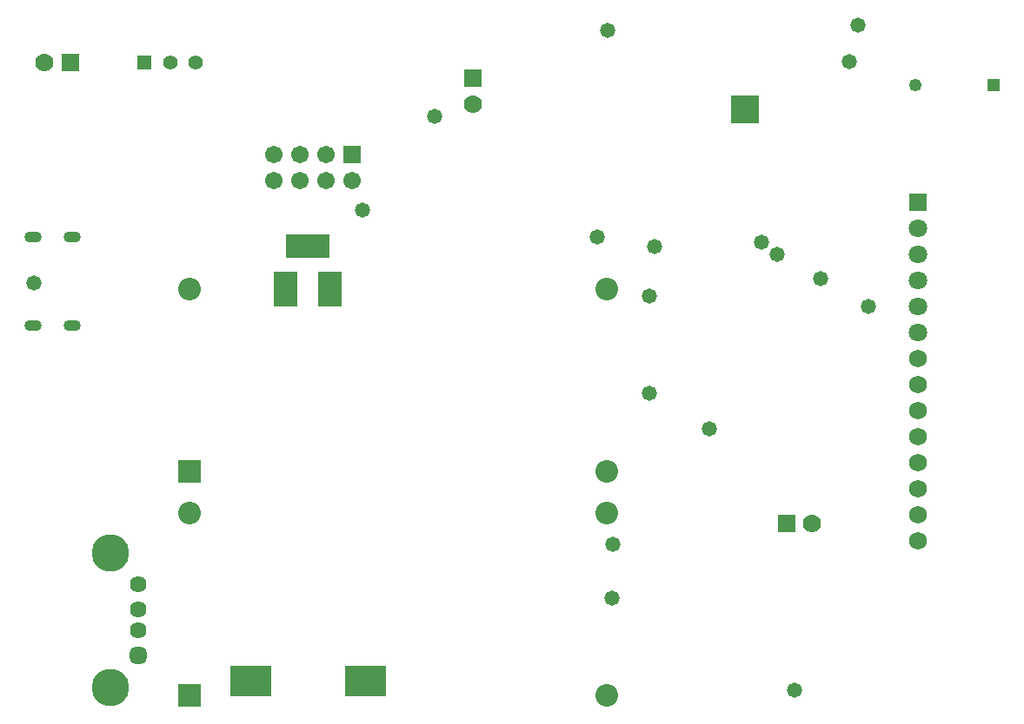
<source format=gbr>
G04*
G04 #@! TF.GenerationSoftware,Altium Limited,Altium Designer,24.1.2 (44)*
G04*
G04 Layer_Color=8388736*
%FSLAX44Y44*%
%MOMM*%
G71*
G04*
G04 #@! TF.SameCoordinates,98FF00E1-DB16-4AB4-99D8-1D2B7C447DA4*
G04*
G04*
G04 #@! TF.FilePolarity,Negative*
G04*
G01*
G75*
%ADD13R,2.7432X2.7432*%
%ADD14C,1.7112*%
%ADD15R,1.7112X1.7112*%
%ADD16C,1.7782*%
%ADD17R,1.7782X1.7782*%
%ADD18C,1.2500*%
%ADD19R,1.2500X1.2500*%
%ADD20C,1.4000*%
%ADD21R,1.4000X1.4000*%
G04:AMPARAMS|DCode=22|XSize=1.1mm|YSize=1.7mm|CornerRadius=0.55mm|HoleSize=0mm|Usage=FLASHONLY|Rotation=90.000|XOffset=0mm|YOffset=0mm|HoleType=Round|Shape=RoundedRectangle|*
%AMROUNDEDRECTD22*
21,1,1.1000,0.6000,0,0,90.0*
21,1,0.0000,1.7000,0,0,90.0*
1,1,1.1000,0.3000,0.0000*
1,1,1.1000,0.3000,0.0000*
1,1,1.1000,-0.3000,0.0000*
1,1,1.1000,-0.3000,0.0000*
%
%ADD22ROUNDEDRECTD22*%
%ADD23C,1.7272*%
%ADD24R,1.8082X1.8082*%
%ADD25C,1.8082*%
%ADD26C,2.2032*%
%ADD27R,2.2032X2.2032*%
%ADD28C,1.6232*%
G04:AMPARAMS|DCode=29|XSize=1.6232mm|YSize=1.6232mm|CornerRadius=0.4566mm|HoleSize=0mm|Usage=FLASHONLY|Rotation=90.000|XOffset=0mm|YOffset=0mm|HoleType=Round|Shape=RoundedRectangle|*
%AMROUNDEDRECTD29*
21,1,1.6232,0.7100,0,0,90.0*
21,1,0.7100,1.6232,0,0,90.0*
1,1,0.9132,0.3550,0.3550*
1,1,0.9132,0.3550,-0.3550*
1,1,0.9132,-0.3550,-0.3550*
1,1,0.9132,-0.3550,0.3550*
%
%ADD29ROUNDEDRECTD29*%
%ADD30C,3.6532*%
%ADD31R,1.7782X1.7782*%
%ADD32C,1.4732*%
G36*
X-239080Y-317260D02*
X-279080D01*
Y-287260D01*
X-239080D01*
Y-317260D01*
D02*
G37*
G36*
X-127320Y-317260D02*
X-167320D01*
Y-287260D01*
X-127320D01*
Y-317260D01*
D02*
G37*
G36*
X-213520Y62898D02*
X-236060D01*
Y97122D01*
X-213520D01*
Y62898D01*
D02*
G37*
G36*
X-170340D02*
X-192880D01*
Y97122D01*
X-170340D01*
Y62898D01*
D02*
G37*
G36*
X-181930Y110650D02*
X-224470D01*
Y133190D01*
X-181930D01*
Y110650D01*
D02*
G37*
D13*
X222460Y255740D02*
D03*
D14*
X-160020Y185640D02*
D03*
X-185420D02*
D03*
Y211040D02*
D03*
X-210820Y185640D02*
D03*
Y211040D02*
D03*
X-236220Y185640D02*
D03*
Y211040D02*
D03*
D15*
X-160020D02*
D03*
D16*
X288090Y-148760D02*
D03*
X-42080Y260550D02*
D03*
X-459540Y301160D02*
D03*
D17*
X263090Y-148760D02*
D03*
X-434540Y301160D02*
D03*
D18*
X388620Y279400D02*
D03*
D19*
X464620D02*
D03*
D20*
X-312420Y300990D02*
D03*
X-337420D02*
D03*
D21*
X-362420D02*
D03*
D22*
X-470780Y130830D02*
D03*
Y44430D02*
D03*
X-432780Y130830D02*
D03*
Y44430D02*
D03*
D23*
X391160Y-165100D02*
D03*
Y-139700D02*
D03*
Y-114300D02*
D03*
Y-88900D02*
D03*
Y-63500D02*
D03*
Y-38100D02*
D03*
Y-12700D02*
D03*
Y12700D02*
D03*
D24*
Y165100D02*
D03*
D25*
Y139700D02*
D03*
Y114300D02*
D03*
Y88900D02*
D03*
Y63500D02*
D03*
Y38100D02*
D03*
D26*
X87630Y-138430D02*
D03*
Y-316230D02*
D03*
X-318770Y-138430D02*
D03*
Y80010D02*
D03*
X87630Y-97790D02*
D03*
Y80010D02*
D03*
D27*
X-318770Y-316230D02*
D03*
Y-97790D02*
D03*
D28*
X-368090Y-232570D02*
D03*
Y-252570D02*
D03*
Y-207570D02*
D03*
D29*
Y-277570D02*
D03*
D30*
X-395190Y-308270D02*
D03*
Y-176870D02*
D03*
D31*
X-42080Y285550D02*
D03*
D32*
X270510Y-311150D02*
D03*
X323850Y302260D02*
D03*
X129540Y-21800D02*
D03*
X-469900Y86360D02*
D03*
X129540Y73660D02*
D03*
X93980Y-168910D02*
D03*
X92710Y-220980D02*
D03*
X332740Y337820D02*
D03*
X88900Y332740D02*
D03*
X-80010Y248920D02*
D03*
X-149860Y157480D02*
D03*
X78740Y130810D02*
D03*
X134620Y121920D02*
D03*
X187960Y-55880D02*
D03*
X254000Y114300D02*
D03*
X238760Y125730D02*
D03*
X295910Y90170D02*
D03*
X342900Y63500D02*
D03*
M02*

</source>
